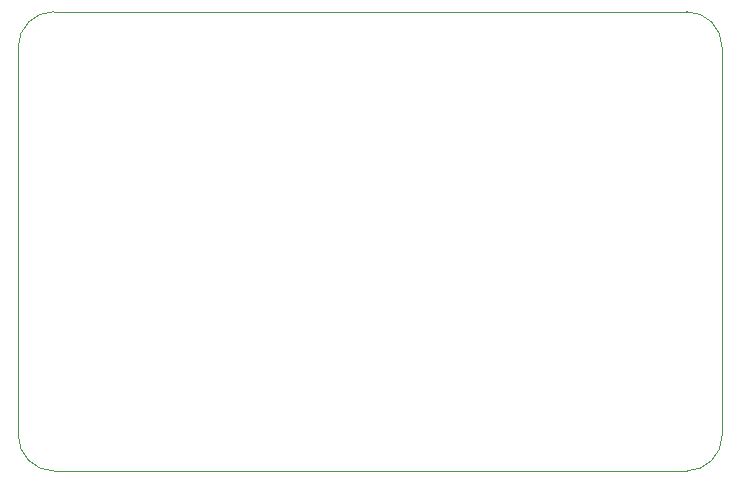
<source format=gbr>
%TF.GenerationSoftware,KiCad,Pcbnew,7.0.6-7.0.6~ubuntu23.04.1*%
%TF.CreationDate,2023-07-25T15:56:09+03:00*%
%TF.ProjectId,nrf52840_dev,6e726635-3238-4343-905f-6465762e6b69,rev?*%
%TF.SameCoordinates,Original*%
%TF.FileFunction,Profile,NP*%
%FSLAX46Y46*%
G04 Gerber Fmt 4.6, Leading zero omitted, Abs format (unit mm)*
G04 Created by KiCad (PCBNEW 7.0.6-7.0.6~ubuntu23.04.1) date 2023-07-25 15:56:09*
%MOMM*%
%LPD*%
G01*
G04 APERTURE LIST*
%TA.AperFunction,Profile*%
%ADD10C,0.100000*%
%TD*%
G04 APERTURE END LIST*
D10*
X123060000Y-79593341D02*
G75*
G03*
X120053341Y-82600000I0J-3006659D01*
G01*
X120059370Y-115473971D02*
X120059370Y-82600000D01*
X176643971Y-118480630D02*
X123066029Y-118480630D01*
X120059370Y-115473971D02*
G75*
G03*
X123066029Y-118480630I3006630J-29D01*
G01*
X176643971Y-118480630D02*
G75*
G03*
X179650630Y-115473971I29J3006630D01*
G01*
X123060000Y-79593341D02*
X176643971Y-79593341D01*
X179650630Y-82606029D02*
G75*
G03*
X176643971Y-79599370I-3006630J29D01*
G01*
X179650630Y-82606029D02*
X179650630Y-115473971D01*
M02*

</source>
